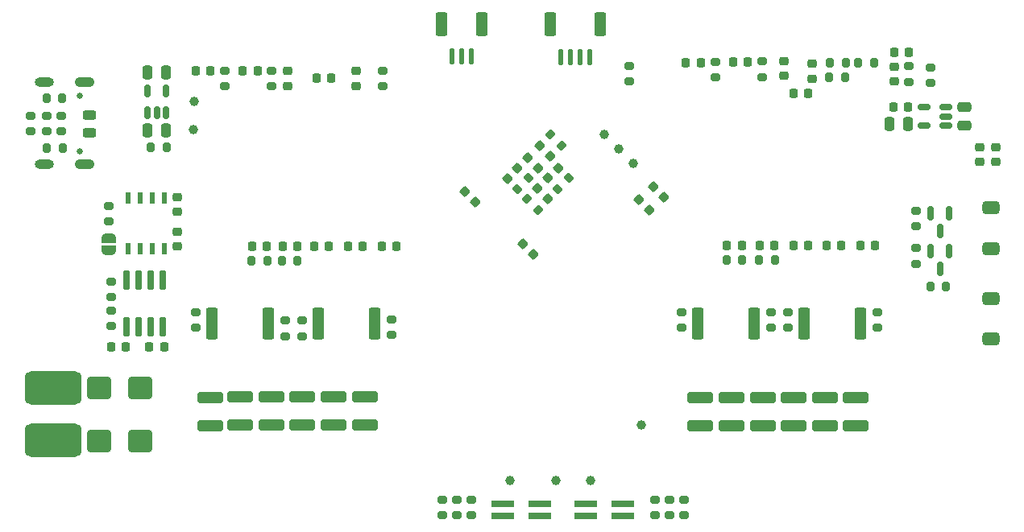
<source format=gbr>
%TF.GenerationSoftware,KiCad,Pcbnew,7.0.9*%
%TF.CreationDate,2024-01-31T13:13:56+08:00*%
%TF.ProjectId,MotorKit,4d6f746f-724b-4697-942e-6b696361645f,rev?*%
%TF.SameCoordinates,Original*%
%TF.FileFunction,Soldermask,Bot*%
%TF.FilePolarity,Negative*%
%FSLAX46Y46*%
G04 Gerber Fmt 4.6, Leading zero omitted, Abs format (unit mm)*
G04 Created by KiCad (PCBNEW 7.0.9) date 2024-01-31 13:13:56*
%MOMM*%
%LPD*%
G01*
G04 APERTURE LIST*
G04 Aperture macros list*
%AMRoundRect*
0 Rectangle with rounded corners*
0 $1 Rounding radius*
0 $2 $3 $4 $5 $6 $7 $8 $9 X,Y pos of 4 corners*
0 Add a 4 corners polygon primitive as box body*
4,1,4,$2,$3,$4,$5,$6,$7,$8,$9,$2,$3,0*
0 Add four circle primitives for the rounded corners*
1,1,$1+$1,$2,$3*
1,1,$1+$1,$4,$5*
1,1,$1+$1,$6,$7*
1,1,$1+$1,$8,$9*
0 Add four rect primitives between the rounded corners*
20,1,$1+$1,$2,$3,$4,$5,0*
20,1,$1+$1,$4,$5,$6,$7,0*
20,1,$1+$1,$6,$7,$8,$9,0*
20,1,$1+$1,$8,$9,$2,$3,0*%
%AMFreePoly0*
4,1,19,0.500000,-0.750000,0.000000,-0.750000,0.000000,-0.744911,-0.071157,-0.744911,-0.207708,-0.704816,-0.327430,-0.627875,-0.420627,-0.520320,-0.479746,-0.390866,-0.500000,-0.250000,-0.500000,0.250000,-0.479746,0.390866,-0.420627,0.520320,-0.327430,0.627875,-0.207708,0.704816,-0.071157,0.744911,0.000000,0.744911,0.000000,0.750000,0.500000,0.750000,0.500000,-0.750000,0.500000,-0.750000,
$1*%
%AMFreePoly1*
4,1,19,0.000000,0.744911,0.071157,0.744911,0.207708,0.704816,0.327430,0.627875,0.420627,0.520320,0.479746,0.390866,0.500000,0.250000,0.500000,-0.250000,0.479746,-0.390866,0.420627,-0.520320,0.327430,-0.627875,0.207708,-0.704816,0.071157,-0.744911,0.000000,-0.744911,0.000000,-0.750000,-0.500000,-0.750000,-0.500000,0.750000,0.000000,0.750000,0.000000,0.744911,0.000000,0.744911,
$1*%
G04 Aperture macros list end*
%ADD10C,0.650000*%
%ADD11O,2.100000X1.050000*%
%ADD12O,2.000000X1.000000*%
%ADD13RoundRect,0.700000X-2.300000X1.050000X-2.300000X-1.050000X2.300000X-1.050000X2.300000X1.050000X0*%
%ADD14RoundRect,0.225000X0.335876X0.017678X0.017678X0.335876X-0.335876X-0.017678X-0.017678X-0.335876X0*%
%ADD15C,1.000000*%
%ADD16RoundRect,0.200000X0.275000X-0.200000X0.275000X0.200000X-0.275000X0.200000X-0.275000X-0.200000X0*%
%ADD17RoundRect,0.225000X0.225000X0.250000X-0.225000X0.250000X-0.225000X-0.250000X0.225000X-0.250000X0*%
%ADD18RoundRect,0.250000X0.250000X0.475000X-0.250000X0.475000X-0.250000X-0.475000X0.250000X-0.475000X0*%
%ADD19RoundRect,0.250000X1.100000X-0.325000X1.100000X0.325000X-1.100000X0.325000X-1.100000X-0.325000X0*%
%ADD20RoundRect,0.225000X-0.335876X-0.017678X-0.017678X-0.335876X0.335876X0.017678X0.017678X0.335876X0*%
%ADD21R,2.400000X0.740000*%
%ADD22RoundRect,0.337500X0.562500X-0.337500X0.562500X0.337500X-0.562500X0.337500X-0.562500X-0.337500X0*%
%ADD23RoundRect,0.200000X-0.275000X0.200000X-0.275000X-0.200000X0.275000X-0.200000X0.275000X0.200000X0*%
%ADD24RoundRect,0.225000X-0.250000X0.225000X-0.250000X-0.225000X0.250000X-0.225000X0.250000X0.225000X0*%
%ADD25RoundRect,0.150000X0.512500X0.150000X-0.512500X0.150000X-0.512500X-0.150000X0.512500X-0.150000X0*%
%ADD26RoundRect,0.243750X-0.456250X0.243750X-0.456250X-0.243750X0.456250X-0.243750X0.456250X0.243750X0*%
%ADD27RoundRect,0.100000X0.150000X0.750000X-0.150000X0.750000X-0.150000X-0.750000X0.150000X-0.750000X0*%
%ADD28RoundRect,0.200000X0.400000X1.050000X-0.400000X1.050000X-0.400000X-1.050000X0.400000X-1.050000X0*%
%ADD29RoundRect,0.250000X-0.475000X0.250000X-0.475000X-0.250000X0.475000X-0.250000X0.475000X0.250000X0*%
%ADD30RoundRect,0.250000X-0.362500X-1.425000X0.362500X-1.425000X0.362500X1.425000X-0.362500X1.425000X0*%
%ADD31RoundRect,0.200000X-0.200000X-0.275000X0.200000X-0.275000X0.200000X0.275000X-0.200000X0.275000X0*%
%ADD32RoundRect,0.225000X0.250000X-0.225000X0.250000X0.225000X-0.250000X0.225000X-0.250000X-0.225000X0*%
%ADD33FreePoly0,90.000000*%
%ADD34FreePoly1,90.000000*%
%ADD35RoundRect,0.200000X0.200000X0.275000X-0.200000X0.275000X-0.200000X-0.275000X0.200000X-0.275000X0*%
%ADD36RoundRect,0.250000X-0.250000X-0.475000X0.250000X-0.475000X0.250000X0.475000X-0.250000X0.475000X0*%
%ADD37RoundRect,0.200000X0.053033X-0.335876X0.335876X-0.053033X-0.053033X0.335876X-0.335876X0.053033X0*%
%ADD38RoundRect,0.225000X0.017678X-0.335876X0.335876X-0.017678X-0.017678X0.335876X-0.335876X0.017678X0*%
%ADD39RoundRect,0.200000X-0.335876X-0.053033X-0.053033X-0.335876X0.335876X0.053033X0.053033X0.335876X0*%
%ADD40RoundRect,0.150000X-0.150000X0.587500X-0.150000X-0.587500X0.150000X-0.587500X0.150000X0.587500X0*%
%ADD41RoundRect,0.225000X-0.225000X-0.250000X0.225000X-0.250000X0.225000X0.250000X-0.225000X0.250000X0*%
%ADD42RoundRect,0.250000X1.000000X0.900000X-1.000000X0.900000X-1.000000X-0.900000X1.000000X-0.900000X0*%
%ADD43RoundRect,0.042000X-0.258000X0.943000X-0.258000X-0.943000X0.258000X-0.943000X0.258000X0.943000X0*%
%ADD44RoundRect,0.218750X-0.256250X0.218750X-0.256250X-0.218750X0.256250X-0.218750X0.256250X0.218750X0*%
%ADD45RoundRect,0.200000X0.335876X0.053033X0.053033X0.335876X-0.335876X-0.053033X-0.053033X-0.335876X0*%
%ADD46R,0.600000X1.300000*%
%ADD47RoundRect,0.250000X-1.000000X-0.900000X1.000000X-0.900000X1.000000X0.900000X-1.000000X0.900000X0*%
%ADD48RoundRect,0.150000X0.150000X-0.512500X0.150000X0.512500X-0.150000X0.512500X-0.150000X-0.512500X0*%
G04 APERTURE END LIST*
D10*
%TO.C,J8*%
X102491500Y-78922000D03*
X102491500Y-84702000D03*
D11*
X102991500Y-77492000D03*
D12*
X98811500Y-77492000D03*
X98811500Y-86132000D03*
D11*
X102991500Y-86132000D03*
%TD*%
D13*
%TO.C,J13*%
X99695000Y-109633000D03*
X99695000Y-115133000D03*
%TD*%
D14*
%TO.C,C4*%
X150154008Y-95544008D03*
X149057992Y-94447992D03*
%TD*%
D15*
%TO.C,TP9*%
X114427000Y-82423000D03*
%TD*%
D16*
%TO.C,R6*%
X160274000Y-77374000D03*
X160274000Y-75724000D03*
%TD*%
D17*
%TO.C,C22*%
X107328000Y-105323000D03*
X105778000Y-105323000D03*
%TD*%
D18*
%TO.C,C18*%
X189537201Y-81883000D03*
X187637201Y-81883000D03*
%TD*%
D19*
%TO.C,C61*%
X167714800Y-113567000D03*
X167714800Y-110617000D03*
%TD*%
D20*
%TO.C,C57*%
X149578756Y-85418228D03*
X150674772Y-86514244D03*
%TD*%
%TO.C,C28*%
X150643624Y-88671363D03*
X151739640Y-89767379D03*
%TD*%
D17*
%TO.C,C56*%
X122174000Y-94710000D03*
X120624000Y-94710000D03*
%TD*%
D21*
%TO.C,J5*%
X146939000Y-123079000D03*
X150839000Y-123079000D03*
X146939000Y-121809000D03*
X150839000Y-121809000D03*
%TD*%
D22*
%TO.C,S2*%
X198247000Y-104500000D03*
X198247000Y-100200000D03*
%TD*%
D16*
%TO.C,R64*%
X124079000Y-104203000D03*
X124079000Y-102553000D03*
%TD*%
D23*
%TO.C,R58*%
X186309000Y-101664000D03*
X186309000Y-103314000D03*
%TD*%
D19*
%TO.C,C64*%
X125841000Y-113538000D03*
X125841000Y-110588000D03*
%TD*%
D20*
%TO.C,C15*%
X162773992Y-88446992D03*
X163870008Y-89543008D03*
%TD*%
D24*
%TO.C,C24*%
X112776000Y-93192000D03*
X112776000Y-94742000D03*
%TD*%
D23*
%TO.C,R29*%
X174244000Y-75254000D03*
X174244000Y-76904000D03*
%TD*%
D25*
%TO.C,U2*%
X193542500Y-80105000D03*
X193542500Y-81055000D03*
X193542500Y-82005000D03*
X191267500Y-82005000D03*
X191267500Y-80105000D03*
%TD*%
D18*
%TO.C,C20*%
X111567000Y-76454000D03*
X109667000Y-76454000D03*
%TD*%
D19*
%TO.C,C65*%
X122640600Y-113538000D03*
X122640600Y-110588000D03*
%TD*%
D26*
%TO.C,F1*%
X103554700Y-80886000D03*
X103554700Y-82761000D03*
%TD*%
D27*
%TO.C,J2*%
X143621000Y-74786000D03*
X142621000Y-74786000D03*
X141621000Y-74786000D03*
D28*
X144721000Y-71386000D03*
X140521000Y-71386000D03*
%TD*%
D16*
%TO.C,R8*%
X143636999Y-123015000D03*
X143636999Y-121365000D03*
%TD*%
D29*
%TO.C,C13*%
X195445199Y-80105000D03*
X195445199Y-82005000D03*
%TD*%
D16*
%TO.C,R61*%
X125857000Y-104203000D03*
X125857000Y-102553000D03*
%TD*%
D23*
%TO.C,R63*%
X114681000Y-101664000D03*
X114681000Y-103314000D03*
%TD*%
%TO.C,R22*%
X99033500Y-80998500D03*
X99033500Y-82648500D03*
%TD*%
D17*
%TO.C,C54*%
X128664000Y-94710000D03*
X127114000Y-94710000D03*
%TD*%
D30*
%TO.C,R53*%
X127593500Y-102870000D03*
X133518500Y-102870000D03*
%TD*%
D15*
%TO.C,TP1*%
X147701000Y-119380000D03*
%TD*%
D17*
%TO.C,C42*%
X172085000Y-94640000D03*
X170535000Y-94640000D03*
%TD*%
D24*
%TO.C,C45*%
X131572000Y-76295000D03*
X131572000Y-77845000D03*
%TD*%
D31*
%TO.C,R16*%
X109980000Y-84328001D03*
X111630000Y-84328001D03*
%TD*%
D17*
%TO.C,C44*%
X121184000Y-76295000D03*
X119634000Y-76295000D03*
%TD*%
D32*
%TO.C,C48*%
X124333000Y-77845000D03*
X124333000Y-76295000D03*
%TD*%
D23*
%TO.C,R19*%
X105791000Y-101474000D03*
X105791000Y-103124000D03*
%TD*%
D16*
%TO.C,R24*%
X105537000Y-92138000D03*
X105537000Y-90488000D03*
%TD*%
D23*
%TO.C,R46*%
X117742000Y-76232000D03*
X117742000Y-77882000D03*
%TD*%
D19*
%TO.C,C6*%
X184047000Y-113616000D03*
X184047000Y-110666000D03*
%TD*%
D33*
%TO.C,JP1*%
X105537000Y-95138000D03*
D34*
X105537000Y-93838000D03*
%TD*%
D35*
%TO.C,R33*%
X175564000Y-96164000D03*
X173914000Y-96164000D03*
%TD*%
D36*
%TO.C,C19*%
X109646600Y-82550000D03*
X111546600Y-82550000D03*
%TD*%
D17*
%TO.C,C52*%
X135789000Y-94710000D03*
X134239000Y-94710000D03*
%TD*%
%TO.C,C31*%
X179070000Y-78619000D03*
X177520000Y-78619000D03*
%TD*%
%TO.C,C49*%
X128918000Y-77070000D03*
X127368000Y-77070000D03*
%TD*%
D37*
%TO.C,R14*%
X152714121Y-88682864D03*
X153880847Y-87516138D03*
%TD*%
D38*
%TO.C,C12*%
X151671845Y-87569877D03*
X152767861Y-86473861D03*
%TD*%
D14*
%TO.C,C5*%
X162346008Y-90940008D03*
X161249992Y-89843992D03*
%TD*%
D16*
%TO.C,R7*%
X165989000Y-123015001D03*
X165989000Y-121365001D03*
%TD*%
D17*
%TO.C,C41*%
X175527000Y-94640000D03*
X173977000Y-94640000D03*
%TD*%
D16*
%TO.C,R62*%
X135255000Y-104076000D03*
X135255000Y-102426000D03*
%TD*%
D17*
%TO.C,C55*%
X125362000Y-94710000D03*
X123812000Y-94710000D03*
%TD*%
D15*
%TO.C,TP8*%
X157604356Y-82928356D03*
%TD*%
D19*
%TO.C,C63*%
X129143000Y-113538000D03*
X129143000Y-110588000D03*
%TD*%
D15*
%TO.C,TP3*%
X152527000Y-119380000D03*
%TD*%
D16*
%TO.C,R31*%
X189598000Y-77412000D03*
X189598000Y-75762000D03*
%TD*%
D23*
%TO.C,R59*%
X165735000Y-101664000D03*
X165735000Y-103314000D03*
%TD*%
%TO.C,R21*%
X100557500Y-80998500D03*
X100557500Y-82648500D03*
%TD*%
%TO.C,R18*%
X105791000Y-98426000D03*
X105791000Y-100076000D03*
%TD*%
D35*
%TO.C,R20*%
X100671300Y-79181900D03*
X99021300Y-79181900D03*
%TD*%
D20*
%TO.C,C3*%
X150835992Y-84160992D03*
X151932008Y-85257008D03*
%TD*%
D31*
%TO.C,R28*%
X181280000Y-76968000D03*
X182930000Y-76968000D03*
%TD*%
D19*
%TO.C,C10*%
X170966000Y-113567000D03*
X170966000Y-110617000D03*
%TD*%
D39*
%TO.C,R27*%
X149530637Y-89713637D03*
X150697363Y-90880363D03*
%TD*%
D31*
%TO.C,R17*%
X99072100Y-84414300D03*
X100722100Y-84414300D03*
%TD*%
D23*
%TO.C,R45*%
X122695000Y-76232000D03*
X122695000Y-77882000D03*
%TD*%
D17*
%TO.C,C46*%
X116231000Y-76295000D03*
X114681000Y-76295000D03*
%TD*%
D15*
%TO.C,TP2*%
X161544000Y-113538000D03*
%TD*%
D31*
%TO.C,R26*%
X181344000Y-75444000D03*
X182994000Y-75444000D03*
%TD*%
D40*
%TO.C,Q1*%
X191963000Y-91255600D03*
X193863000Y-91255600D03*
X192913000Y-93130600D03*
%TD*%
D30*
%TO.C,R39*%
X178647500Y-102870000D03*
X184572500Y-102870000D03*
%TD*%
D15*
%TO.C,TP4*%
X114554000Y-79502000D03*
%TD*%
D41*
%TO.C,C29*%
X188074000Y-74295000D03*
X189624000Y-74295000D03*
%TD*%
D16*
%TO.C,R12*%
X140589000Y-123015000D03*
X140589000Y-121365000D03*
%TD*%
D42*
%TO.C,D3*%
X108830000Y-115177000D03*
X104530000Y-115177000D03*
%TD*%
D17*
%TO.C,C16*%
X189582200Y-80105000D03*
X188032200Y-80105000D03*
%TD*%
D21*
%TO.C,J3*%
X159602000Y-121809000D03*
X155702000Y-121809000D03*
X159602000Y-123079000D03*
X155702000Y-123079000D03*
%TD*%
D16*
%TO.C,R9*%
X164465000Y-123015001D03*
X164465000Y-121365001D03*
%TD*%
D23*
%TO.C,R32*%
X191884000Y-75889000D03*
X191884000Y-77539000D03*
%TD*%
D17*
%TO.C,C38*%
X179083000Y-94640000D03*
X177533000Y-94640000D03*
%TD*%
D23*
%TO.C,R44*%
X134366000Y-76245000D03*
X134366000Y-77895000D03*
%TD*%
D43*
%TO.C,U4*%
X107442000Y-98281000D03*
X108712000Y-98281000D03*
X109982000Y-98281000D03*
X111252000Y-98281000D03*
X111252000Y-103221000D03*
X109982000Y-103221000D03*
X108712000Y-103221000D03*
X107442000Y-103221000D03*
%TD*%
D19*
%TO.C,C7*%
X180821200Y-113567000D03*
X180821200Y-110617000D03*
%TD*%
D35*
%TO.C,R3*%
X193534800Y-98924100D03*
X191884800Y-98924100D03*
%TD*%
D44*
%TO.C,D2*%
X198755000Y-84290500D03*
X198755000Y-85865500D03*
%TD*%
D16*
%TO.C,R11*%
X162941000Y-123015001D03*
X162941000Y-121365001D03*
%TD*%
D45*
%TO.C,R5*%
X153134797Y-84124929D03*
X151968071Y-82958203D03*
%TD*%
D17*
%TO.C,C53*%
X132220000Y-94710000D03*
X130670000Y-94710000D03*
%TD*%
D31*
%TO.C,R25*%
X184328000Y-75444000D03*
X185978000Y-75444000D03*
%TD*%
D44*
%TO.C,D1*%
X197104000Y-84302500D03*
X197104000Y-85877500D03*
%TD*%
D17*
%TO.C,C36*%
X186068000Y-94640000D03*
X184518000Y-94640000D03*
%TD*%
D15*
%TO.C,TP6*%
X160657644Y-85981644D03*
%TD*%
D16*
%TO.C,R10*%
X142113000Y-123015000D03*
X142113000Y-121365000D03*
%TD*%
D23*
%TO.C,R4*%
X190423800Y-94924100D03*
X190423800Y-96574100D03*
%TD*%
%TO.C,R30*%
X169278000Y-75317000D03*
X169278000Y-76967000D03*
%TD*%
D35*
%TO.C,R34*%
X172122000Y-96164000D03*
X170472000Y-96164000D03*
%TD*%
D22*
%TO.C,S1*%
X198247000Y-94975000D03*
X198247000Y-90675000D03*
%TD*%
D19*
%TO.C,C62*%
X132445000Y-113538000D03*
X132445000Y-110588000D03*
%TD*%
D23*
%TO.C,R60*%
X175133000Y-101664000D03*
X175133000Y-103314000D03*
%TD*%
D15*
%TO.C,TP5*%
X156210000Y-119380000D03*
%TD*%
D30*
%TO.C,R42*%
X167471500Y-102870000D03*
X173396500Y-102870000D03*
%TD*%
D19*
%TO.C,C66*%
X119389400Y-113538000D03*
X119389400Y-110588000D03*
%TD*%
D46*
%TO.C,U5*%
X107569000Y-89679000D03*
X108839000Y-89679000D03*
X110109000Y-89679000D03*
X111379000Y-89679000D03*
X111379000Y-94979000D03*
X110109000Y-94979000D03*
X108839000Y-94979000D03*
X107569000Y-94979000D03*
%TD*%
D32*
%TO.C,C30*%
X176530000Y-76803000D03*
X176530000Y-75253000D03*
%TD*%
%TO.C,C23*%
X112776000Y-91122800D03*
X112776000Y-89572800D03*
%TD*%
D23*
%TO.C,R57*%
X176911000Y-101664000D03*
X176911000Y-103314000D03*
%TD*%
D47*
%TO.C,D4*%
X104530000Y-109601000D03*
X108830000Y-109601000D03*
%TD*%
D24*
%TO.C,C32*%
X188074000Y-75812000D03*
X188074000Y-77362000D03*
%TD*%
D41*
%TO.C,C21*%
X109829000Y-105323000D03*
X111379000Y-105323000D03*
%TD*%
D37*
%TO.C,R43*%
X148480733Y-88716060D03*
X149647459Y-87549334D03*
%TD*%
D17*
%TO.C,C25*%
X172733000Y-75317000D03*
X171183000Y-75317000D03*
%TD*%
%TO.C,C37*%
X182512000Y-94640000D03*
X180962000Y-94640000D03*
%TD*%
D38*
%TO.C,C47*%
X147429268Y-87612268D03*
X148525284Y-86516252D03*
%TD*%
D27*
%TO.C,J1*%
X156083000Y-74798000D03*
X155083000Y-74798000D03*
X154083000Y-74798000D03*
X153083000Y-74798000D03*
D28*
X157183000Y-71398000D03*
X151983000Y-71398000D03*
%TD*%
D35*
%TO.C,R48*%
X122211000Y-96234000D03*
X120561000Y-96234000D03*
%TD*%
D19*
%TO.C,C8*%
X177519200Y-113567000D03*
X177519200Y-110617000D03*
%TD*%
D23*
%TO.C,R1*%
X190423800Y-90973900D03*
X190423800Y-92623900D03*
%TD*%
D35*
%TO.C,R47*%
X125412000Y-96234000D03*
X123762000Y-96234000D03*
%TD*%
D40*
%TO.C,Q2*%
X191963000Y-95218000D03*
X193863000Y-95218000D03*
X192913000Y-97093000D03*
%TD*%
D15*
%TO.C,TP7*%
X159131000Y-84455000D03*
%TD*%
D48*
%TO.C,U3*%
X111566999Y-80645001D03*
X110616999Y-80645001D03*
X109666999Y-80645001D03*
X109666999Y-78370001D03*
X111566999Y-78370001D03*
%TD*%
D14*
%TO.C,C14*%
X144058008Y-90083008D03*
X142961992Y-88986992D03*
%TD*%
D23*
%TO.C,R23*%
X97382500Y-80998500D03*
X97382500Y-82648500D03*
%TD*%
D24*
%TO.C,C26*%
X179438000Y-75545000D03*
X179438000Y-77095000D03*
%TD*%
D30*
%TO.C,R56*%
X116417500Y-102870000D03*
X122342500Y-102870000D03*
%TD*%
D17*
%TO.C,C27*%
X167767000Y-75380000D03*
X166217000Y-75380000D03*
%TD*%
D19*
%TO.C,C67*%
X116189000Y-113616000D03*
X116189000Y-110666000D03*
%TD*%
%TO.C,C9*%
X174268000Y-113567000D03*
X174268000Y-110617000D03*
%TD*%
M02*

</source>
